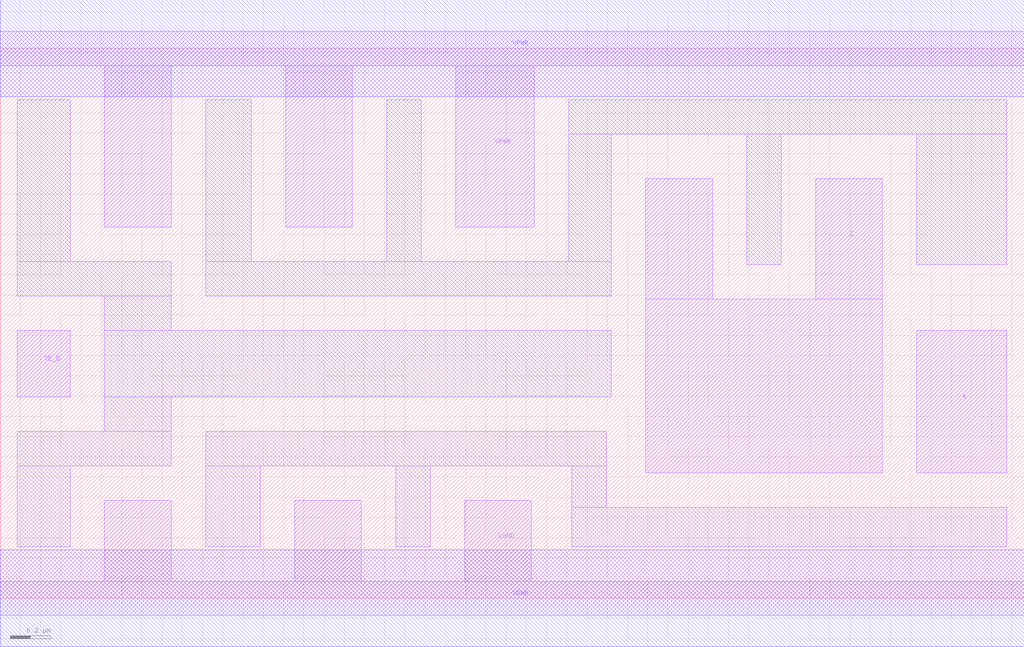
<source format=lef>
# Copyright 2020 The SkyWater PDK Authors
#
# Licensed under the Apache License, Version 2.0 (the "License");
# you may not use this file except in compliance with the License.
# You may obtain a copy of the License at
#
#     https://www.apache.org/licenses/LICENSE-2.0
#
# Unless required by applicable law or agreed to in writing, software
# distributed under the License is distributed on an "AS IS" BASIS,
# WITHOUT WARRANTIES OR CONDITIONS OF ANY KIND, either express or implied.
# See the License for the specific language governing permissions and
# limitations under the License.
#
# SPDX-License-Identifier: Apache-2.0

VERSION 5.5 ;
NAMESCASESENSITIVE ON ;
BUSBITCHARS "[]" ;
DIVIDERCHAR "/" ;
MACRO sky130_fd_sc_hd__einvn_4
  CLASS CORE ;
  SOURCE USER ;
  ORIGIN  0.000000  0.000000 ;
  SIZE  5.060000 BY  2.720000 ;
  SYMMETRY X Y R90 ;
  SITE unithd ;
  PIN A
    ANTENNAGATEAREA  0.990000 ;
    DIRECTION INPUT ;
    USE SIGNAL ;
    PORT
      LAYER li1 ;
        RECT 4.530000 0.620000 4.975000 1.325000 ;
    END
  END A
  PIN TE_B
    ANTENNAGATEAREA  0.811500 ;
    DIRECTION INPUT ;
    USE SIGNAL ;
    PORT
      LAYER li1 ;
        RECT 0.085000 0.995000 0.345000 1.325000 ;
    END
  END TE_B
  PIN Z
    ANTENNADIFFAREA  0.891000 ;
    DIRECTION OUTPUT ;
    USE SIGNAL ;
    PORT
      LAYER li1 ;
        RECT 3.190000 0.620000 4.360000 1.480000 ;
        RECT 3.190000 1.480000 3.520000 2.075000 ;
        RECT 4.030000 1.480000 4.360000 2.075000 ;
    END
  END Z
  PIN VGND
    DIRECTION INOUT ;
    SHAPE ABUTMENT ;
    USE GROUND ;
    PORT
      LAYER li1 ;
        RECT 0.000000 -0.085000 5.060000 0.085000 ;
        RECT 0.515000  0.085000 0.845000 0.485000 ;
        RECT 1.455000  0.085000 1.785000 0.485000 ;
        RECT 2.295000  0.085000 2.625000 0.485000 ;
    END
    PORT
      LAYER met1 ;
        RECT 0.000000 -0.240000 5.060000 0.240000 ;
    END
  END VGND
  PIN VPWR
    DIRECTION INOUT ;
    SHAPE ABUTMENT ;
    USE POWER ;
    PORT
      LAYER li1 ;
        RECT 0.000000 2.635000 5.060000 2.805000 ;
        RECT 0.515000 1.835000 0.845000 2.635000 ;
        RECT 1.410000 1.835000 1.740000 2.635000 ;
        RECT 2.250000 1.835000 2.640000 2.635000 ;
    END
    PORT
      LAYER met1 ;
        RECT 0.000000 2.480000 5.060000 2.960000 ;
    END
  END VPWR
  OBS
    LAYER li1 ;
      RECT 0.085000 0.255000 0.345000 0.655000 ;
      RECT 0.085000 0.655000 0.845000 0.825000 ;
      RECT 0.085000 1.495000 0.845000 1.665000 ;
      RECT 0.085000 1.665000 0.345000 2.465000 ;
      RECT 0.515000 0.825000 0.845000 0.995000 ;
      RECT 0.515000 0.995000 3.020000 1.325000 ;
      RECT 0.515000 1.325000 0.845000 1.495000 ;
      RECT 1.015000 0.255000 1.285000 0.655000 ;
      RECT 1.015000 0.655000 2.995000 0.825000 ;
      RECT 1.015000 1.495000 3.020000 1.665000 ;
      RECT 1.015000 1.665000 1.240000 2.465000 ;
      RECT 1.910000 1.665000 2.080000 2.465000 ;
      RECT 1.955000 0.255000 2.125000 0.655000 ;
      RECT 2.810000 1.665000 3.020000 2.295000 ;
      RECT 2.810000 2.295000 4.975000 2.465000 ;
      RECT 2.825000 0.255000 4.975000 0.450000 ;
      RECT 2.825000 0.450000 2.995000 0.655000 ;
      RECT 3.690000 1.650000 3.860000 2.295000 ;
      RECT 4.530000 1.650000 4.975000 2.295000 ;
  END
END sky130_fd_sc_hd__einvn_4

</source>
